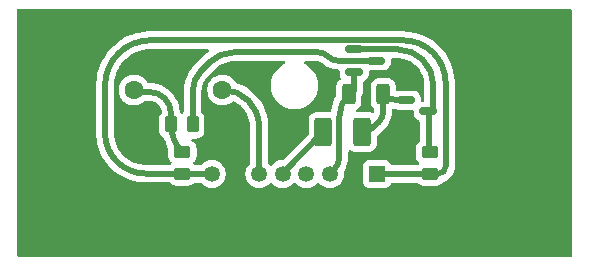
<source format=gbr>
%TF.GenerationSoftware,KiCad,Pcbnew,9.0.4*%
%TF.CreationDate,2025-11-18T22:29:26-03:00*%
%TF.ProjectId,FuzzFace,46757a7a-4661-4636-952e-6b696361645f,rev?*%
%TF.SameCoordinates,Original*%
%TF.FileFunction,Copper,L1,Top*%
%TF.FilePolarity,Positive*%
%FSLAX46Y46*%
G04 Gerber Fmt 4.6, Leading zero omitted, Abs format (unit mm)*
G04 Created by KiCad (PCBNEW 9.0.4) date 2025-11-18 22:29:26*
%MOMM*%
%LPD*%
G01*
G04 APERTURE LIST*
G04 Aperture macros list*
%AMRoundRect*
0 Rectangle with rounded corners*
0 $1 Rounding radius*
0 $2 $3 $4 $5 $6 $7 $8 $9 X,Y pos of 4 corners*
0 Add a 4 corners polygon primitive as box body*
4,1,4,$2,$3,$4,$5,$6,$7,$8,$9,$2,$3,0*
0 Add four circle primitives for the rounded corners*
1,1,$1+$1,$2,$3*
1,1,$1+$1,$4,$5*
1,1,$1+$1,$6,$7*
1,1,$1+$1,$8,$9*
0 Add four rect primitives between the rounded corners*
20,1,$1+$1,$2,$3,$4,$5,0*
20,1,$1+$1,$4,$5,$6,$7,0*
20,1,$1+$1,$6,$7,$8,$9,0*
20,1,$1+$1,$8,$9,$2,$3,0*%
G04 Aperture macros list end*
%TA.AperFunction,ComponentPad*%
%ADD10R,1.000000X1.000000*%
%TD*%
%TA.AperFunction,ComponentPad*%
%ADD11R,1.350000X1.350000*%
%TD*%
%TA.AperFunction,ComponentPad*%
%ADD12C,1.350000*%
%TD*%
%TA.AperFunction,SMDPad,CuDef*%
%ADD13RoundRect,0.250000X0.312500X0.625000X-0.312500X0.625000X-0.312500X-0.625000X0.312500X-0.625000X0*%
%TD*%
%TA.AperFunction,SMDPad,CuDef*%
%ADD14RoundRect,0.250000X0.450000X-0.262500X0.450000X0.262500X-0.450000X0.262500X-0.450000X-0.262500X0*%
%TD*%
%TA.AperFunction,ComponentPad*%
%ADD15C,1.600000*%
%TD*%
%TA.AperFunction,SMDPad,CuDef*%
%ADD16RoundRect,0.150000X-0.587500X-0.150000X0.587500X-0.150000X0.587500X0.150000X-0.587500X0.150000X0*%
%TD*%
%TA.AperFunction,SMDPad,CuDef*%
%ADD17RoundRect,0.250001X0.507499X0.944999X-0.507499X0.944999X-0.507499X-0.944999X0.507499X-0.944999X0*%
%TD*%
%TA.AperFunction,SMDPad,CuDef*%
%ADD18RoundRect,0.250000X0.262500X0.450000X-0.262500X0.450000X-0.262500X-0.450000X0.262500X-0.450000X0*%
%TD*%
%TA.AperFunction,SMDPad,CuDef*%
%ADD19RoundRect,0.250000X-0.450000X0.262500X-0.450000X-0.262500X0.450000X-0.262500X0.450000X0.262500X0*%
%TD*%
%TA.AperFunction,Conductor*%
%ADD20C,0.500000*%
%TD*%
G04 APERTURE END LIST*
D10*
%TO.P,,1*%
%TO.N,GND*%
X101400000Y-86475000D03*
%TD*%
%TO.P,,1*%
%TO.N,GND*%
X89475000Y-86925000D03*
%TD*%
%TO.P,REF\u002A\u002A,1*%
%TO.N,GND*%
X102725000Y-80850000D03*
%TD*%
D11*
%TO.P,J1,1,Pin_1*%
%TO.N,9V*%
X114500000Y-89500000D03*
D12*
%TO.P,J1,2,Pin_2*%
%TO.N,GND*%
X112500000Y-89500000D03*
%TO.P,J1,3,Pin_3*%
%TO.N,potFuzz*%
X110500000Y-89500000D03*
%TO.P,J1,4,Pin_4*%
%TO.N,unconnected-(J1-Pin_4-Pad4)*%
X108500000Y-89500000D03*
%TO.P,J1,5,Pin_5*%
%TO.N,FuzzIn*%
X106500000Y-89500000D03*
%TO.P,J1,6,Pin_6*%
%TO.N,FuzzOut*%
X104500000Y-89500000D03*
%TO.P,J1,7,Pin_7*%
%TO.N,GND*%
X102500000Y-89500000D03*
%TO.P,J1,8,Pin_8*%
%TO.N,9V*%
X100500000Y-89500000D03*
%TD*%
D13*
%TO.P,R3,1*%
%TO.N,Net-(Q1-B)*%
X115012500Y-82750000D03*
%TO.P,R3,2*%
%TO.N,potFuzz*%
X112087500Y-82750000D03*
%TD*%
D14*
%TO.P,R2,1*%
%TO.N,9V*%
X98000000Y-89462500D03*
%TO.P,R2,2*%
%TO.N,Net-(C4-Pad1)*%
X98000000Y-87637500D03*
%TD*%
D15*
%TO.P,C4,1*%
%TO.N,Net-(C4-Pad1)*%
X93900000Y-82375000D03*
%TO.P,C4,2*%
%TO.N,FuzzOut*%
X101400000Y-82375000D03*
%TD*%
D10*
%TO.P,,1*%
%TO.N,GND*%
X116650000Y-80950000D03*
%TD*%
D16*
%TO.P,Q2,1,B*%
%TO.N,Net-(Q1-C)*%
X112550000Y-78950000D03*
%TO.P,Q2,2,E*%
%TO.N,potFuzz*%
X112550000Y-80850000D03*
%TO.P,Q2,3,C*%
%TO.N,Net-(Q2-C)*%
X114425000Y-79900000D03*
%TD*%
D17*
%TO.P,C3,1*%
%TO.N,Net-(Q1-B)*%
X113205000Y-85950000D03*
%TO.P,C3,2*%
%TO.N,FuzzIn*%
X109950000Y-85950000D03*
%TD*%
D18*
%TO.P,R5,1*%
%TO.N,Net-(Q2-C)*%
X98862500Y-85300000D03*
%TO.P,R5,2*%
%TO.N,Net-(C4-Pad1)*%
X97037500Y-85300000D03*
%TD*%
D10*
%TO.P,,1*%
%TO.N,GND*%
X122025000Y-80000000D03*
%TD*%
D16*
%TO.P,Q1,1,B*%
%TO.N,Net-(Q1-B)*%
X116962500Y-83250000D03*
%TO.P,Q1,2,E*%
%TO.N,GND*%
X116962500Y-85150000D03*
%TO.P,Q1,3,C*%
%TO.N,Net-(Q1-C)*%
X118837500Y-84200000D03*
%TD*%
D19*
%TO.P,R1,1*%
%TO.N,Net-(Q1-C)*%
X118950000Y-87675000D03*
%TO.P,R1,2*%
%TO.N,9V*%
X118950000Y-89500000D03*
%TD*%
D10*
%TO.P,REF\u002A\u002A,1*%
%TO.N,GND*%
X93625000Y-85375000D03*
%TD*%
D20*
%TO.N,FuzzIn*%
X106570711Y-89329290D02*
X109950000Y-85950000D01*
X106500000Y-89500000D02*
G75*
G02*
X106570715Y-89329294I241400J0D01*
G01*
%TO.N,Net-(Q1-B)*%
X114178051Y-85546949D02*
X114625000Y-85100000D01*
X115012500Y-84164492D02*
X115012500Y-82750000D01*
X116962500Y-83250000D02*
X116219607Y-83250000D01*
X116219607Y-83250000D02*
G75*
G02*
X115012498Y-82750002I-7J1707100D01*
G01*
X113205000Y-85950000D02*
G75*
G03*
X114178051Y-85546949I0J1376100D01*
G01*
X114625000Y-85100000D02*
G75*
G03*
X115012497Y-84164492I-935500J935500D01*
G01*
%TO.N,Net-(C4-Pad1)*%
X95225000Y-82550000D02*
X94075000Y-82550000D01*
X97037500Y-85300000D02*
X97037500Y-84362500D01*
X97037500Y-85300000D02*
X97037500Y-85313819D01*
X97037500Y-85313819D02*
G75*
G03*
X98000006Y-87637494I3286200J19D01*
G01*
X94075000Y-82550000D02*
G75*
G02*
X93900000Y-82375000I0J175000D01*
G01*
X97037500Y-84362500D02*
G75*
G03*
X95225000Y-82550000I-1812500J0D01*
G01*
%TO.N,9V*%
X119600000Y-89500000D02*
X118950000Y-89500000D01*
X91450002Y-86006632D02*
X91450000Y-82912504D01*
X98037500Y-89500000D02*
X98000000Y-89462500D01*
X120300000Y-81802626D02*
X120300000Y-88750000D01*
X98000000Y-89462500D02*
X94905872Y-89462500D01*
X118950000Y-89500000D02*
X114500000Y-89500000D01*
X91450000Y-82912504D02*
X91458096Y-82904408D01*
X91449999Y-82904408D02*
X91449999Y-82031884D01*
X100450000Y-89450000D02*
X100500000Y-89500000D01*
X91458096Y-82904408D02*
X91449999Y-82904408D01*
X95306880Y-78175000D02*
X116672374Y-78175000D01*
X100500000Y-89500000D02*
X98037500Y-89500000D01*
X116672374Y-78175000D02*
G75*
G02*
X120300000Y-81802626I26J-3627600D01*
G01*
X120300000Y-88750000D02*
G75*
G03*
X120325000Y-88775000I25000J0D01*
G01*
X91449999Y-82031884D02*
G75*
G02*
X95306880Y-78174999I3856901J-16D01*
G01*
X94905872Y-89462500D02*
G75*
G02*
X91450000Y-86006632I28J3455900D01*
G01*
X120325000Y-88775000D02*
G75*
G02*
X119600000Y-89500000I-725000J0D01*
G01*
%TO.N,FuzzOut*%
X104500000Y-89500000D02*
X104500000Y-85475000D01*
X104500000Y-85475000D02*
G75*
G03*
X101400000Y-82375000I-3100000J0D01*
G01*
%TO.N,potFuzz*%
X111300000Y-87975000D02*
X111300000Y-84651193D01*
X110500000Y-89500000D02*
X110787348Y-89212652D01*
X112087500Y-82750000D02*
X112175000Y-82750000D01*
X112575000Y-82350000D02*
X112575000Y-80875000D01*
X111300000Y-84651193D02*
G75*
G02*
X112087502Y-82750002I2688700J-7D01*
G01*
X112575000Y-80875000D02*
G75*
G03*
X112550000Y-80850000I-25000J0D01*
G01*
X112175000Y-82750000D02*
G75*
G03*
X112575000Y-82350000I0J400000D01*
G01*
X110787348Y-89212652D02*
G75*
G03*
X111300001Y-87975000I-1237648J1237652D01*
G01*
%TO.N,Net-(Q1-C)*%
X112550000Y-78950000D02*
X116225000Y-78950000D01*
X118850000Y-84212500D02*
X118850000Y-87575000D01*
X119250000Y-81975000D02*
X119250000Y-83787500D01*
X118850000Y-87575000D02*
X118950000Y-87675000D01*
X118837500Y-84200000D02*
X118850000Y-84212500D01*
X119250000Y-83787500D02*
G75*
G02*
X118837500Y-84200000I-412500J0D01*
G01*
X116225000Y-78950000D02*
G75*
G02*
X119250000Y-81975000I0J-3025000D01*
G01*
%TO.N,Net-(Q2-C)*%
X108825000Y-79200000D02*
X102375000Y-79200000D01*
X114425000Y-79900000D02*
X114142157Y-79900000D01*
X99650000Y-80675000D02*
X100241117Y-80083883D01*
X114425000Y-79900000D02*
X111194975Y-79900000D01*
X98862500Y-85300000D02*
X98862500Y-82576193D01*
X109505025Y-79200000D02*
X108825000Y-79200000D01*
X100241117Y-80083883D02*
G75*
G02*
X102375000Y-79200010I2133883J-2133917D01*
G01*
X111194975Y-79900000D02*
G75*
G02*
X110350007Y-79549993I25J1195000D01*
G01*
X98862500Y-82576193D02*
G75*
G02*
X99650002Y-80675002I2688700J-7D01*
G01*
X110350000Y-79550000D02*
G75*
G03*
X109505025Y-79199990I-845000J-845000D01*
G01*
%TD*%
%TA.AperFunction,Conductor*%
%TO.N,GND*%
G36*
X100180840Y-78945185D02*
G01*
X100226595Y-78997989D01*
X100236539Y-79067147D01*
X100207514Y-79130703D01*
X100184924Y-79151075D01*
X100078845Y-79225351D01*
X99826778Y-79436857D01*
X99826768Y-79436866D01*
X99762705Y-79500927D01*
X99762704Y-79500929D01*
X99762702Y-79500931D01*
X99730682Y-79532951D01*
X99710438Y-79553195D01*
X99654660Y-79608972D01*
X99654659Y-79608973D01*
X99654658Y-79608974D01*
X99063959Y-80199671D01*
X99063917Y-80199716D01*
X98999848Y-80263787D01*
X98785482Y-80524993D01*
X98785472Y-80525007D01*
X98597747Y-80805956D01*
X98597736Y-80805974D01*
X98438458Y-81103963D01*
X98438453Y-81103972D01*
X98309139Y-81416160D01*
X98211045Y-81739531D01*
X98211044Y-81739537D01*
X98145123Y-82070942D01*
X98145120Y-82070959D01*
X98125256Y-82272648D01*
X98114829Y-82378519D01*
X98112000Y-82407238D01*
X98112000Y-84225270D01*
X98103355Y-84254710D01*
X98096832Y-84284697D01*
X98093077Y-84289712D01*
X98092315Y-84292309D01*
X98075681Y-84312951D01*
X98037681Y-84350951D01*
X97976358Y-84384436D01*
X97906666Y-84379452D01*
X97862319Y-84350951D01*
X97824319Y-84312951D01*
X97790834Y-84251628D01*
X97788000Y-84225270D01*
X97788000Y-84218561D01*
X97787999Y-84218560D01*
X97787273Y-84212121D01*
X97755768Y-83932505D01*
X97691711Y-83651853D01*
X97596634Y-83380137D01*
X97520582Y-83222213D01*
X97471733Y-83120777D01*
X97417404Y-83034313D01*
X97318576Y-82877029D01*
X97139092Y-82651963D01*
X96935537Y-82448408D01*
X96710471Y-82268924D01*
X96491158Y-82131120D01*
X96466722Y-82115766D01*
X96207364Y-81990866D01*
X95935648Y-81895789D01*
X95935650Y-81895789D01*
X95714046Y-81845210D01*
X95654995Y-81831732D01*
X95654991Y-81831731D01*
X95654982Y-81831730D01*
X95368939Y-81799500D01*
X95368935Y-81799500D01*
X95298918Y-81799500D01*
X95142340Y-81799500D01*
X95075301Y-81779815D01*
X95031855Y-81731794D01*
X95012286Y-81693388D01*
X94891971Y-81527786D01*
X94747213Y-81383028D01*
X94581613Y-81262715D01*
X94581612Y-81262714D01*
X94581610Y-81262713D01*
X94475604Y-81208700D01*
X94399223Y-81169781D01*
X94204534Y-81106522D01*
X94025952Y-81078238D01*
X94002352Y-81074500D01*
X93797648Y-81074500D01*
X93774048Y-81078238D01*
X93595465Y-81106522D01*
X93400776Y-81169781D01*
X93218386Y-81262715D01*
X93052786Y-81383028D01*
X92908028Y-81527786D01*
X92787715Y-81693386D01*
X92694781Y-81875776D01*
X92631522Y-82070465D01*
X92599500Y-82272648D01*
X92599500Y-82477351D01*
X92631522Y-82679534D01*
X92694781Y-82874223D01*
X92739194Y-82961386D01*
X92776344Y-83034298D01*
X92787715Y-83056613D01*
X92908028Y-83222213D01*
X93052786Y-83366971D01*
X93207749Y-83479556D01*
X93218390Y-83487287D01*
X93333668Y-83546024D01*
X93400776Y-83580218D01*
X93400778Y-83580218D01*
X93400781Y-83580220D01*
X93505137Y-83614127D01*
X93595465Y-83643477D01*
X93648330Y-83651850D01*
X93797648Y-83675500D01*
X93797649Y-83675500D01*
X94002351Y-83675500D01*
X94002352Y-83675500D01*
X94204534Y-83643477D01*
X94399219Y-83580220D01*
X94581610Y-83487287D01*
X94674590Y-83419732D01*
X94747213Y-83366971D01*
X94747215Y-83366968D01*
X94747219Y-83366966D01*
X94777366Y-83336819D01*
X94838689Y-83303334D01*
X94865047Y-83300500D01*
X95146119Y-83300500D01*
X95219588Y-83300500D01*
X95230395Y-83300972D01*
X95398608Y-83315688D01*
X95419885Y-83319439D01*
X95577747Y-83361738D01*
X95598057Y-83369131D01*
X95746165Y-83438195D01*
X95764884Y-83449002D01*
X95898757Y-83542741D01*
X95915314Y-83556635D01*
X96030864Y-83672185D01*
X96044758Y-83688742D01*
X96138497Y-83822615D01*
X96149304Y-83841334D01*
X96218368Y-83989442D01*
X96225761Y-84009753D01*
X96268058Y-84167607D01*
X96271811Y-84188893D01*
X96275052Y-84225936D01*
X96261286Y-84294436D01*
X96239206Y-84324425D01*
X96182291Y-84381340D01*
X96182289Y-84381342D01*
X96182288Y-84381344D01*
X96171885Y-84398210D01*
X96090187Y-84530663D01*
X96090185Y-84530668D01*
X96063767Y-84610393D01*
X96035001Y-84697203D01*
X96035001Y-84697204D01*
X96035000Y-84697204D01*
X96024500Y-84799983D01*
X96024500Y-85800001D01*
X96024501Y-85800019D01*
X96035000Y-85902796D01*
X96035001Y-85902799D01*
X96090185Y-86069331D01*
X96090187Y-86069336D01*
X96182289Y-86218657D01*
X96306344Y-86342712D01*
X96400919Y-86401046D01*
X96447644Y-86452994D01*
X96455597Y-86474490D01*
X96470153Y-86528810D01*
X96470159Y-86528832D01*
X96576060Y-86819788D01*
X96590720Y-86860066D01*
X96590721Y-86860069D01*
X96739692Y-87179534D01*
X96739693Y-87179536D01*
X96783143Y-87254793D01*
X96799408Y-87321835D01*
X96799500Y-87321835D01*
X96799500Y-87322214D01*
X96799616Y-87322693D01*
X96799596Y-87323081D01*
X96799500Y-87324971D01*
X96799500Y-87950001D01*
X96799501Y-87950019D01*
X96810000Y-88052796D01*
X96810001Y-88052799D01*
X96848614Y-88169323D01*
X96865186Y-88219334D01*
X96947905Y-88353444D01*
X96957289Y-88368657D01*
X97050951Y-88462319D01*
X97055289Y-88470264D01*
X97062537Y-88475690D01*
X97071771Y-88500449D01*
X97084436Y-88523642D01*
X97083790Y-88532671D01*
X97086954Y-88541154D01*
X97081337Y-88566974D01*
X97079452Y-88593334D01*
X97073633Y-88602387D01*
X97072102Y-88609427D01*
X97050951Y-88637681D01*
X97012951Y-88675681D01*
X96951628Y-88709166D01*
X96925270Y-88712000D01*
X94909360Y-88712000D01*
X94902406Y-88711805D01*
X94609924Y-88695377D01*
X94596107Y-88693820D01*
X94310745Y-88645334D01*
X94297188Y-88642239D01*
X94019041Y-88562104D01*
X94005916Y-88557512D01*
X93738497Y-88446742D01*
X93725969Y-88440709D01*
X93472631Y-88300693D01*
X93460857Y-88293295D01*
X93224789Y-88125796D01*
X93213917Y-88117126D01*
X93026924Y-87950019D01*
X92998084Y-87924246D01*
X92988253Y-87914415D01*
X92858749Y-87769500D01*
X92795365Y-87698573D01*
X92786714Y-87687724D01*
X92619200Y-87451636D01*
X92611810Y-87439875D01*
X92569041Y-87362491D01*
X92471788Y-87186526D01*
X92465764Y-87174019D01*
X92354985Y-86906578D01*
X92350398Y-86893470D01*
X92270260Y-86615313D01*
X92267167Y-86601759D01*
X92264895Y-86588387D01*
X92218678Y-86316388D01*
X92217122Y-86302576D01*
X92215986Y-86282348D01*
X92200694Y-86010095D01*
X92200500Y-86003211D01*
X92200500Y-83031238D01*
X92202883Y-83007045D01*
X92204796Y-82997431D01*
X92208596Y-82978326D01*
X92208596Y-82830490D01*
X92202881Y-82801763D01*
X92200499Y-82777572D01*
X92200499Y-82035127D01*
X92200669Y-82028637D01*
X92217177Y-81713669D01*
X92218534Y-81700761D01*
X92234439Y-81600341D01*
X92267367Y-81392448D01*
X92270060Y-81379772D01*
X92350860Y-81078227D01*
X92354864Y-81065905D01*
X92466741Y-80774457D01*
X92472005Y-80762635D01*
X92613741Y-80484461D01*
X92620202Y-80473271D01*
X92790241Y-80211435D01*
X92797850Y-80200963D01*
X92994315Y-79958348D01*
X93002982Y-79948723D01*
X93223721Y-79727984D01*
X93233346Y-79719317D01*
X93475961Y-79522850D01*
X93486442Y-79515236D01*
X93748252Y-79345214D01*
X93759467Y-79338739D01*
X94037633Y-79197005D01*
X94049454Y-79191742D01*
X94340901Y-79079865D01*
X94353223Y-79075861D01*
X94654769Y-78995061D01*
X94667445Y-78992368D01*
X94975776Y-78943532D01*
X94988647Y-78942178D01*
X95303622Y-78925670D01*
X95310112Y-78925500D01*
X95385765Y-78925500D01*
X100113801Y-78925500D01*
X100180840Y-78945185D01*
G37*
%TD.AperFunction*%
%TA.AperFunction,Conductor*%
G36*
X116228736Y-79700726D02*
G01*
X116491675Y-79716631D01*
X116506537Y-79718435D01*
X116558695Y-79727994D01*
X116761951Y-79765242D01*
X116776488Y-79768825D01*
X117024386Y-79846074D01*
X117038378Y-79851379D01*
X117259943Y-79951097D01*
X117275174Y-79957952D01*
X117288432Y-79964910D01*
X117510650Y-80099246D01*
X117522961Y-80107744D01*
X117722135Y-80263787D01*
X117727370Y-80267888D01*
X117738578Y-80277818D01*
X117922181Y-80461421D01*
X117932111Y-80472629D01*
X117936865Y-80478697D01*
X118086886Y-80670185D01*
X118092251Y-80677032D01*
X118100757Y-80689355D01*
X118235088Y-80911566D01*
X118242047Y-80924825D01*
X118348618Y-81161617D01*
X118353927Y-81175618D01*
X118431173Y-81423510D01*
X118434757Y-81438048D01*
X118481563Y-81693460D01*
X118483368Y-81708325D01*
X118499274Y-81971263D01*
X118499500Y-81978750D01*
X118499500Y-83275500D01*
X118496949Y-83284185D01*
X118498238Y-83293147D01*
X118487259Y-83317187D01*
X118479815Y-83342539D01*
X118472974Y-83348466D01*
X118469213Y-83356703D01*
X118446978Y-83370992D01*
X118427011Y-83388294D01*
X118416496Y-83390581D01*
X118410435Y-83394477D01*
X118375500Y-83399500D01*
X118324500Y-83399500D01*
X118257461Y-83379815D01*
X118211706Y-83327011D01*
X118200500Y-83275500D01*
X118200500Y-83034313D01*
X118200499Y-83034298D01*
X118200258Y-83031239D01*
X118197598Y-82997431D01*
X118193823Y-82984439D01*
X118161801Y-82874219D01*
X118151744Y-82839602D01*
X118068081Y-82698135D01*
X118068079Y-82698133D01*
X118068076Y-82698129D01*
X117951870Y-82581923D01*
X117951862Y-82581917D01*
X117810396Y-82498255D01*
X117810393Y-82498254D01*
X117652573Y-82452402D01*
X117652567Y-82452401D01*
X117615701Y-82449500D01*
X117615694Y-82449500D01*
X116309306Y-82449500D01*
X116309298Y-82449500D01*
X116272436Y-82452401D01*
X116272427Y-82452403D01*
X116234092Y-82463540D01*
X116164223Y-82463339D01*
X116105553Y-82425396D01*
X116076711Y-82361757D01*
X116075499Y-82344463D01*
X116075499Y-82074998D01*
X116075498Y-82074981D01*
X116064999Y-81972203D01*
X116064998Y-81972200D01*
X116039678Y-81895789D01*
X116009814Y-81805666D01*
X115917712Y-81656344D01*
X115793656Y-81532288D01*
X115644334Y-81440186D01*
X115477797Y-81385001D01*
X115477795Y-81385000D01*
X115375010Y-81374500D01*
X114649998Y-81374500D01*
X114649980Y-81374501D01*
X114547203Y-81385000D01*
X114547200Y-81385001D01*
X114380668Y-81440185D01*
X114380663Y-81440187D01*
X114231342Y-81532289D01*
X114107289Y-81656342D01*
X114015187Y-81805663D01*
X114015185Y-81805668D01*
X113994239Y-81868880D01*
X113960001Y-81972203D01*
X113960001Y-81972204D01*
X113960000Y-81972204D01*
X113949500Y-82074983D01*
X113949500Y-83425001D01*
X113949501Y-83425018D01*
X113960000Y-83527796D01*
X113960001Y-83527799D01*
X114008945Y-83675500D01*
X114015186Y-83694334D01*
X114096836Y-83826711D01*
X114107289Y-83843657D01*
X114225681Y-83962049D01*
X114240384Y-83988976D01*
X114256977Y-84014795D01*
X114257868Y-84020995D01*
X114259166Y-84023372D01*
X114262000Y-84049730D01*
X114262000Y-84079482D01*
X114261999Y-84079504D01*
X114261999Y-84158405D01*
X114261402Y-84170557D01*
X114253829Y-84247459D01*
X114227669Y-84312247D01*
X114170635Y-84352607D01*
X114100835Y-84355725D01*
X114065330Y-84340846D01*
X114031835Y-84320186D01*
X113921244Y-84283540D01*
X113865297Y-84265001D01*
X113865295Y-84265000D01*
X113762515Y-84254500D01*
X113762508Y-84254500D01*
X112840936Y-84254500D01*
X112773897Y-84234815D01*
X112728142Y-84182011D01*
X112718198Y-84112853D01*
X112747223Y-84049297D01*
X112775840Y-84024961D01*
X112800496Y-84009753D01*
X112868656Y-83967712D01*
X112992712Y-83843656D01*
X113084814Y-83694334D01*
X113139999Y-83527797D01*
X113150500Y-83425009D01*
X113150499Y-82994610D01*
X113167111Y-82932612D01*
X113221690Y-82838080D01*
X113290543Y-82648909D01*
X113325500Y-82450656D01*
X113325500Y-82350000D01*
X113325500Y-82271119D01*
X113325500Y-81714525D01*
X113345185Y-81647486D01*
X113391931Y-81606980D01*
X113391183Y-81605715D01*
X113400478Y-81600218D01*
X113539365Y-81518081D01*
X113655581Y-81401865D01*
X113739244Y-81260398D01*
X113781978Y-81113309D01*
X113785097Y-81102573D01*
X113785098Y-81102567D01*
X113788000Y-81065694D01*
X113788000Y-80824500D01*
X113807685Y-80757461D01*
X113860489Y-80711706D01*
X113912000Y-80700500D01*
X115078186Y-80700500D01*
X115078194Y-80700500D01*
X115115069Y-80697598D01*
X115115071Y-80697597D01*
X115115073Y-80697597D01*
X115182012Y-80678149D01*
X115272898Y-80651744D01*
X115414365Y-80568081D01*
X115530581Y-80451865D01*
X115614244Y-80310398D01*
X115654790Y-80170839D01*
X115660097Y-80152573D01*
X115660098Y-80152567D01*
X115660676Y-80145220D01*
X115663000Y-80115694D01*
X115663000Y-79824500D01*
X115682685Y-79757461D01*
X115735489Y-79711706D01*
X115787000Y-79700500D01*
X116146119Y-79700500D01*
X116221249Y-79700500D01*
X116228736Y-79700726D01*
G37*
%TD.AperFunction*%
%TA.AperFunction,Conductor*%
G36*
X130942539Y-75520185D02*
G01*
X130988294Y-75572989D01*
X130999500Y-75624500D01*
X130999500Y-96375500D01*
X130979815Y-96442539D01*
X130927011Y-96488294D01*
X130875500Y-96499500D01*
X84124500Y-96499500D01*
X84057461Y-96479815D01*
X84011706Y-96427011D01*
X84000500Y-96375500D01*
X84000500Y-81830717D01*
X90699499Y-81830717D01*
X90699499Y-82984439D01*
X90699500Y-82984460D01*
X90699501Y-85927753D01*
X90699501Y-85955274D01*
X90699499Y-85955280D01*
X90699501Y-86201106D01*
X90735391Y-86588387D01*
X90735393Y-86588404D01*
X90806860Y-86970705D01*
X90806863Y-86970716D01*
X90913305Y-87344808D01*
X91041528Y-87675787D01*
X91053809Y-87707486D01*
X91227177Y-88055653D01*
X91297559Y-88169323D01*
X91431926Y-88386333D01*
X91666316Y-88696715D01*
X91666323Y-88696723D01*
X91928345Y-88984148D01*
X91999226Y-89048764D01*
X92215783Y-89246182D01*
X92276392Y-89291952D01*
X92526158Y-89480568D01*
X92526165Y-89480572D01*
X92526166Y-89480573D01*
X92856851Y-89685325D01*
X93205018Y-89858693D01*
X93567696Y-89999197D01*
X93941791Y-90105638D01*
X93941797Y-90105639D01*
X93941805Y-90105641D01*
X94321559Y-90176632D01*
X94324111Y-90177109D01*
X94711394Y-90212998D01*
X94831950Y-90212999D01*
X94831954Y-90213000D01*
X94905866Y-90213000D01*
X94984747Y-90213001D01*
X94984752Y-90213000D01*
X96925270Y-90213000D01*
X96992309Y-90232685D01*
X97012951Y-90249319D01*
X97081344Y-90317712D01*
X97230666Y-90409814D01*
X97397203Y-90464999D01*
X97499991Y-90475500D01*
X98500008Y-90475499D01*
X98500016Y-90475498D01*
X98500019Y-90475498D01*
X98556302Y-90469748D01*
X98602797Y-90464999D01*
X98769334Y-90409814D01*
X98918656Y-90317712D01*
X98949549Y-90286819D01*
X99010872Y-90253334D01*
X99037230Y-90250500D01*
X99536729Y-90250500D01*
X99603768Y-90270185D01*
X99624410Y-90286818D01*
X99734213Y-90396621D01*
X99883904Y-90505378D01*
X99937224Y-90532546D01*
X100048764Y-90589379D01*
X100048767Y-90589380D01*
X100136750Y-90617967D01*
X100224736Y-90646555D01*
X100407486Y-90675500D01*
X100407487Y-90675500D01*
X100592513Y-90675500D01*
X100592514Y-90675500D01*
X100775264Y-90646555D01*
X100951235Y-90589379D01*
X101116096Y-90505378D01*
X101265787Y-90396621D01*
X101396621Y-90265787D01*
X101505378Y-90116096D01*
X101589379Y-89951235D01*
X101646555Y-89775264D01*
X101675500Y-89592514D01*
X101675500Y-89407486D01*
X101646555Y-89224736D01*
X101617967Y-89136750D01*
X101589380Y-89048767D01*
X101589379Y-89048764D01*
X101505377Y-88883903D01*
X101396621Y-88734213D01*
X101265787Y-88603379D01*
X101116096Y-88494622D01*
X101062778Y-88467455D01*
X100951235Y-88410620D01*
X100951232Y-88410619D01*
X100775265Y-88353445D01*
X100630800Y-88330564D01*
X100592514Y-88324500D01*
X100407486Y-88324500D01*
X100369200Y-88330564D01*
X100224734Y-88353445D01*
X100048767Y-88410619D01*
X100048764Y-88410620D01*
X99883903Y-88494622D01*
X99734214Y-88603378D01*
X99624410Y-88713182D01*
X99563087Y-88746666D01*
X99536729Y-88749500D01*
X99112231Y-88749500D01*
X99082790Y-88740855D01*
X99052804Y-88734332D01*
X99047788Y-88730577D01*
X99045192Y-88729815D01*
X99024550Y-88713181D01*
X98949049Y-88637680D01*
X98915564Y-88576357D01*
X98920548Y-88506665D01*
X98949045Y-88462322D01*
X99042712Y-88368656D01*
X99134814Y-88219334D01*
X99189999Y-88052797D01*
X99200500Y-87950009D01*
X99200499Y-87324992D01*
X99189999Y-87222203D01*
X99134814Y-87055666D01*
X99042712Y-86906344D01*
X98918656Y-86782288D01*
X98833943Y-86730036D01*
X98787220Y-86678090D01*
X98775997Y-86609128D01*
X98803841Y-86545045D01*
X98861909Y-86506189D01*
X98899038Y-86500499D01*
X99175008Y-86500499D01*
X99175016Y-86500498D01*
X99175019Y-86500498D01*
X99231302Y-86494748D01*
X99277797Y-86489999D01*
X99444334Y-86434814D01*
X99593656Y-86342712D01*
X99717712Y-86218656D01*
X99809814Y-86069334D01*
X99864999Y-85902797D01*
X99875500Y-85800009D01*
X99875499Y-84799992D01*
X99870582Y-84751862D01*
X99864999Y-84697203D01*
X99864998Y-84697200D01*
X99844394Y-84635022D01*
X99809814Y-84530666D01*
X99717712Y-84381344D01*
X99649319Y-84312951D01*
X99615834Y-84251628D01*
X99613000Y-84225270D01*
X99613000Y-82580242D01*
X99613266Y-82572132D01*
X99618770Y-82488159D01*
X99629050Y-82331313D01*
X99631165Y-82315247D01*
X99677460Y-82082511D01*
X99681649Y-82066874D01*
X99757927Y-81842170D01*
X99764129Y-81827198D01*
X99869078Y-81614382D01*
X99877181Y-81600347D01*
X100009015Y-81403043D01*
X100018872Y-81390198D01*
X100178054Y-81208686D01*
X100183558Y-81202809D01*
X100236461Y-81149907D01*
X100236461Y-81149906D01*
X100769344Y-80617022D01*
X100774364Y-80612276D01*
X100956195Y-80449784D01*
X100967041Y-80441135D01*
X101163073Y-80302044D01*
X101174829Y-80294658D01*
X101335243Y-80206002D01*
X101385179Y-80178404D01*
X101397702Y-80172373D01*
X101619736Y-80080404D01*
X101632852Y-80075814D01*
X101863805Y-80009279D01*
X101877340Y-80006190D01*
X102114293Y-79965930D01*
X102128088Y-79964376D01*
X102290205Y-79955271D01*
X102371711Y-79950695D01*
X102378663Y-79950500D01*
X102453881Y-79950500D01*
X106596983Y-79950500D01*
X106664022Y-79970185D01*
X106709777Y-80022989D01*
X106719721Y-80092147D01*
X106690696Y-80155703D01*
X106644436Y-80189061D01*
X106613309Y-80201954D01*
X106613299Y-80201958D01*
X106386196Y-80333075D01*
X106178148Y-80492718D01*
X105992718Y-80678148D01*
X105833075Y-80886196D01*
X105701958Y-81113299D01*
X105701953Y-81113309D01*
X105601605Y-81355571D01*
X105601602Y-81355581D01*
X105534209Y-81607099D01*
X105533730Y-81608885D01*
X105499500Y-81868872D01*
X105499500Y-82131127D01*
X105526123Y-82333339D01*
X105533730Y-82391116D01*
X105601602Y-82644418D01*
X105601605Y-82644428D01*
X105701953Y-82886690D01*
X105701958Y-82886700D01*
X105833075Y-83113803D01*
X105992718Y-83321851D01*
X105992726Y-83321860D01*
X106178140Y-83507274D01*
X106178148Y-83507281D01*
X106178149Y-83507282D01*
X106204887Y-83527799D01*
X106386196Y-83666924D01*
X106613299Y-83798041D01*
X106613309Y-83798046D01*
X106855571Y-83898394D01*
X106855581Y-83898398D01*
X107108884Y-83966270D01*
X107368880Y-84000500D01*
X107368887Y-84000500D01*
X107631113Y-84000500D01*
X107631120Y-84000500D01*
X107891116Y-83966270D01*
X108144419Y-83898398D01*
X108386697Y-83798043D01*
X108613803Y-83666924D01*
X108821851Y-83507282D01*
X108821855Y-83507277D01*
X108821860Y-83507274D01*
X109007274Y-83321860D01*
X109007277Y-83321855D01*
X109007282Y-83321851D01*
X109166924Y-83113803D01*
X109298043Y-82886697D01*
X109298314Y-82886044D01*
X109376148Y-82698135D01*
X109398398Y-82644419D01*
X109466270Y-82391116D01*
X109500500Y-82131120D01*
X109500500Y-81868880D01*
X109466270Y-81608884D01*
X109398398Y-81355581D01*
X109337558Y-81208700D01*
X109298046Y-81113309D01*
X109298041Y-81113299D01*
X109166924Y-80886196D01*
X109007281Y-80678148D01*
X109007274Y-80678140D01*
X108821860Y-80492726D01*
X108821851Y-80492718D01*
X108613803Y-80333075D01*
X108386700Y-80201958D01*
X108386690Y-80201954D01*
X108355564Y-80189061D01*
X108301161Y-80145220D01*
X108279096Y-80078926D01*
X108296375Y-80011227D01*
X108347512Y-79963616D01*
X108403017Y-79950500D01*
X108751082Y-79950500D01*
X109498914Y-79950500D01*
X109511069Y-79951097D01*
X109515345Y-79951518D01*
X109579577Y-79957845D01*
X109603405Y-79962585D01*
X109663422Y-79980792D01*
X109685873Y-79990092D01*
X109741183Y-80019656D01*
X109761394Y-80033161D01*
X109814680Y-80076892D01*
X109823696Y-80085064D01*
X109879682Y-80141050D01*
X109879839Y-80141191D01*
X109909488Y-80170840D01*
X109955312Y-80206002D01*
X110111800Y-80326081D01*
X110111803Y-80326083D01*
X110111811Y-80326089D01*
X110332666Y-80453602D01*
X110568275Y-80551197D01*
X110814607Y-80617206D01*
X111022255Y-80644546D01*
X111067447Y-80650497D01*
X111067448Y-80650497D01*
X111121048Y-80650498D01*
X111121057Y-80650500D01*
X111188005Y-80650500D01*
X111237217Y-80664951D01*
X111255039Y-80670185D01*
X111255044Y-80670187D01*
X111281473Y-80700691D01*
X111300794Y-80722989D01*
X111300794Y-80722991D01*
X111300796Y-80722993D01*
X111300798Y-80723008D01*
X111312000Y-80774500D01*
X111312000Y-81065701D01*
X111314901Y-81102567D01*
X111314902Y-81102573D01*
X111360754Y-81260393D01*
X111360757Y-81260400D01*
X111402073Y-81330263D01*
X111419256Y-81397987D01*
X111397096Y-81464249D01*
X111360439Y-81498921D01*
X111306344Y-81532287D01*
X111182289Y-81656342D01*
X111090187Y-81805663D01*
X111090185Y-81805668D01*
X111069239Y-81868880D01*
X111035001Y-81972203D01*
X111035001Y-81972204D01*
X111035000Y-81972204D01*
X111024500Y-82074983D01*
X111024500Y-82870000D01*
X111009858Y-82928453D01*
X110875956Y-83178967D01*
X110875949Y-83178981D01*
X110746639Y-83491160D01*
X110648545Y-83814531D01*
X110648544Y-83814537D01*
X110582624Y-84145937D01*
X110582215Y-84148695D01*
X110552906Y-84212121D01*
X110493960Y-84249632D01*
X110459557Y-84254500D01*
X109392484Y-84254500D01*
X109289704Y-84265000D01*
X109289703Y-84265001D01*
X109123164Y-84320186D01*
X109123162Y-84320187D01*
X108973848Y-84412286D01*
X108973844Y-84412289D01*
X108849789Y-84536344D01*
X108849786Y-84536348D01*
X108757687Y-84685662D01*
X108757686Y-84685664D01*
X108702501Y-84852203D01*
X108702500Y-84852204D01*
X108692000Y-84954984D01*
X108692000Y-86095271D01*
X108672315Y-86162310D01*
X108655681Y-86182952D01*
X106550452Y-88288181D01*
X106489129Y-88321666D01*
X106462771Y-88324500D01*
X106407486Y-88324500D01*
X106369200Y-88330564D01*
X106224734Y-88353445D01*
X106048767Y-88410619D01*
X106048764Y-88410620D01*
X105883903Y-88494622D01*
X105819858Y-88541154D01*
X105734213Y-88603379D01*
X105734211Y-88603381D01*
X105734210Y-88603381D01*
X105603381Y-88734210D01*
X105600314Y-88738432D01*
X105544981Y-88781094D01*
X105475367Y-88787069D01*
X105413574Y-88754459D01*
X105411185Y-88752072D01*
X105404937Y-88745659D01*
X105396621Y-88734213D01*
X105286291Y-88623883D01*
X105285685Y-88623261D01*
X105269723Y-88593102D01*
X105253334Y-88563087D01*
X105253205Y-88561893D01*
X105253001Y-88561507D01*
X105253072Y-88560658D01*
X105250500Y-88536729D01*
X105250500Y-85285840D01*
X105213418Y-84909333D01*
X105139615Y-84538296D01*
X105139612Y-84538285D01*
X105139611Y-84538282D01*
X105139610Y-84538276D01*
X105029788Y-84176241D01*
X104885009Y-83826714D01*
X104878500Y-83814537D01*
X104706673Y-83493071D01*
X104706671Y-83493069D01*
X104706667Y-83493060D01*
X104706656Y-83493043D01*
X104496493Y-83178510D01*
X104496486Y-83178500D01*
X104496481Y-83178493D01*
X104256473Y-82886044D01*
X104256472Y-82886043D01*
X104256468Y-82886038D01*
X103988961Y-82618531D01*
X103696512Y-82378523D01*
X103696489Y-82378506D01*
X103381956Y-82168343D01*
X103381928Y-82168326D01*
X103048293Y-81989994D01*
X103048288Y-81989992D01*
X103021147Y-81978750D01*
X102698759Y-81845212D01*
X102698758Y-81845211D01*
X102698754Y-81845210D01*
X102620215Y-81821385D01*
X102561777Y-81783087D01*
X102545726Y-81759019D01*
X102544232Y-81756087D01*
X102512287Y-81693390D01*
X102391966Y-81527781D01*
X102247219Y-81383034D01*
X102247213Y-81383028D01*
X102081613Y-81262715D01*
X102081612Y-81262714D01*
X102081610Y-81262713D01*
X101975604Y-81208700D01*
X101899223Y-81169781D01*
X101704534Y-81106522D01*
X101525952Y-81078238D01*
X101502352Y-81074500D01*
X101297648Y-81074500D01*
X101274048Y-81078238D01*
X101095465Y-81106522D01*
X100900776Y-81169781D01*
X100718386Y-81262715D01*
X100552786Y-81383028D01*
X100408028Y-81527786D01*
X100287715Y-81693386D01*
X100194781Y-81875776D01*
X100131522Y-82070465D01*
X100099500Y-82272648D01*
X100099500Y-82477351D01*
X100131522Y-82679534D01*
X100194781Y-82874223D01*
X100239194Y-82961386D01*
X100276344Y-83034298D01*
X100287715Y-83056613D01*
X100408028Y-83222213D01*
X100552786Y-83366971D01*
X100707749Y-83479556D01*
X100718390Y-83487287D01*
X100833668Y-83546024D01*
X100900776Y-83580218D01*
X100900778Y-83580218D01*
X100900781Y-83580220D01*
X101005137Y-83614127D01*
X101095465Y-83643477D01*
X101148330Y-83651850D01*
X101297648Y-83675500D01*
X101297649Y-83675500D01*
X101502351Y-83675500D01*
X101502352Y-83675500D01*
X101704534Y-83643477D01*
X101899219Y-83580220D01*
X102081610Y-83487287D01*
X102247219Y-83366966D01*
X102247226Y-83366958D01*
X102250675Y-83364014D01*
X102266249Y-83357033D01*
X102279087Y-83345786D01*
X102297470Y-83343039D01*
X102314433Y-83335437D01*
X102331675Y-83337929D01*
X102348189Y-83335463D01*
X102382102Y-83345219D01*
X102485033Y-83391545D01*
X102498275Y-83398495D01*
X102728255Y-83537522D01*
X102740566Y-83546020D01*
X102929871Y-83694331D01*
X102952105Y-83711750D01*
X102963313Y-83721680D01*
X103153319Y-83911686D01*
X103163249Y-83922894D01*
X103304634Y-84103359D01*
X103328975Y-84134427D01*
X103337479Y-84146747D01*
X103423904Y-84289712D01*
X103476498Y-84376713D01*
X103483457Y-84389972D01*
X103593745Y-84635022D01*
X103599054Y-84649023D01*
X103678995Y-84905563D01*
X103682579Y-84920102D01*
X103731016Y-85184420D01*
X103732821Y-85199283D01*
X103749274Y-85471262D01*
X103749500Y-85478750D01*
X103749500Y-88536729D01*
X103729815Y-88603768D01*
X103713182Y-88624410D01*
X103603378Y-88734214D01*
X103494622Y-88883903D01*
X103410620Y-89048764D01*
X103410619Y-89048767D01*
X103353445Y-89224734D01*
X103324500Y-89407486D01*
X103324500Y-89592513D01*
X103353445Y-89775265D01*
X103410619Y-89951232D01*
X103410620Y-89951235D01*
X103472823Y-90073313D01*
X103494622Y-90116096D01*
X103603379Y-90265787D01*
X103734213Y-90396621D01*
X103883904Y-90505378D01*
X103937224Y-90532546D01*
X104048764Y-90589379D01*
X104048767Y-90589380D01*
X104136750Y-90617967D01*
X104224736Y-90646555D01*
X104407486Y-90675500D01*
X104407487Y-90675500D01*
X104592513Y-90675500D01*
X104592514Y-90675500D01*
X104775264Y-90646555D01*
X104951235Y-90589379D01*
X105116096Y-90505378D01*
X105265787Y-90396621D01*
X105396621Y-90265787D01*
X105399680Y-90261576D01*
X105455006Y-90218909D01*
X105524619Y-90212926D01*
X105586415Y-90245529D01*
X105600315Y-90261570D01*
X105603379Y-90265787D01*
X105734213Y-90396621D01*
X105883904Y-90505378D01*
X105937224Y-90532546D01*
X106048764Y-90589379D01*
X106048767Y-90589380D01*
X106136750Y-90617967D01*
X106224736Y-90646555D01*
X106407486Y-90675500D01*
X106407487Y-90675500D01*
X106592513Y-90675500D01*
X106592514Y-90675500D01*
X106775264Y-90646555D01*
X106951235Y-90589379D01*
X107116096Y-90505378D01*
X107265787Y-90396621D01*
X107396621Y-90265787D01*
X107399680Y-90261576D01*
X107455006Y-90218909D01*
X107524619Y-90212926D01*
X107586415Y-90245529D01*
X107600315Y-90261570D01*
X107603379Y-90265787D01*
X107734213Y-90396621D01*
X107883904Y-90505378D01*
X107937224Y-90532546D01*
X108048764Y-90589379D01*
X108048767Y-90589380D01*
X108136750Y-90617967D01*
X108224736Y-90646555D01*
X108407486Y-90675500D01*
X108407487Y-90675500D01*
X108592513Y-90675500D01*
X108592514Y-90675500D01*
X108775264Y-90646555D01*
X108951235Y-90589379D01*
X109116096Y-90505378D01*
X109265787Y-90396621D01*
X109396621Y-90265787D01*
X109399680Y-90261576D01*
X109455006Y-90218909D01*
X109524619Y-90212926D01*
X109586415Y-90245529D01*
X109600315Y-90261570D01*
X109603379Y-90265787D01*
X109734213Y-90396621D01*
X109883904Y-90505378D01*
X109937224Y-90532546D01*
X110048764Y-90589379D01*
X110048767Y-90589380D01*
X110136750Y-90617967D01*
X110224736Y-90646555D01*
X110407486Y-90675500D01*
X110407487Y-90675500D01*
X110592513Y-90675500D01*
X110592514Y-90675500D01*
X110775264Y-90646555D01*
X110951235Y-90589379D01*
X111116096Y-90505378D01*
X111265787Y-90396621D01*
X111396621Y-90265787D01*
X111505378Y-90116096D01*
X111589379Y-89951235D01*
X111646555Y-89775264D01*
X111675500Y-89592514D01*
X111675500Y-89407486D01*
X111668206Y-89361434D01*
X111677160Y-89292143D01*
X111685686Y-89276065D01*
X111741906Y-89186592D01*
X111839395Y-88984153D01*
X111863777Y-88933524D01*
X111956548Y-88668402D01*
X112019050Y-88394560D01*
X112050500Y-88115442D01*
X112050500Y-87975000D01*
X112050500Y-87896119D01*
X112050500Y-87599881D01*
X112070185Y-87532842D01*
X112122989Y-87487087D01*
X112192147Y-87477143D01*
X112239595Y-87494342D01*
X112378166Y-87579814D01*
X112544703Y-87634999D01*
X112647492Y-87645500D01*
X112647497Y-87645500D01*
X113762503Y-87645500D01*
X113762508Y-87645500D01*
X113865297Y-87634999D01*
X114031834Y-87579814D01*
X114181155Y-87487711D01*
X114305211Y-87363655D01*
X114397314Y-87214334D01*
X114452499Y-87047797D01*
X114463000Y-86945008D01*
X114463000Y-86350417D01*
X114463299Y-86349395D01*
X114463017Y-86348370D01*
X114473126Y-86315931D01*
X114482685Y-86283378D01*
X114483591Y-86282348D01*
X114483805Y-86281665D01*
X114493462Y-86271144D01*
X114507355Y-86255376D01*
X114508487Y-86254427D01*
X114624287Y-86162080D01*
X114656463Y-86129903D01*
X114656467Y-86129901D01*
X115089700Y-85696665D01*
X115089705Y-85696662D01*
X115099906Y-85686461D01*
X115099907Y-85686461D01*
X115119363Y-85667005D01*
X115119371Y-85667000D01*
X115155685Y-85630685D01*
X115155686Y-85630686D01*
X115238026Y-85548346D01*
X115383231Y-85366263D01*
X115507137Y-85169067D01*
X115608185Y-84959239D01*
X115685104Y-84739415D01*
X115736926Y-84512362D01*
X115763001Y-84280934D01*
X115763000Y-84164487D01*
X115763000Y-84103359D01*
X115782685Y-84036320D01*
X115835489Y-83990565D01*
X115900882Y-83980139D01*
X116081590Y-84000499D01*
X116081591Y-84000500D01*
X116081594Y-84000500D01*
X116092672Y-84000500D01*
X116127267Y-84005424D01*
X116272426Y-84047597D01*
X116272429Y-84047597D01*
X116272431Y-84047598D01*
X116309306Y-84050500D01*
X117475500Y-84050500D01*
X117542539Y-84070185D01*
X117588294Y-84122989D01*
X117599500Y-84174500D01*
X117599500Y-84415701D01*
X117602401Y-84452567D01*
X117602402Y-84452573D01*
X117648254Y-84610393D01*
X117648255Y-84610396D01*
X117731917Y-84751862D01*
X117731923Y-84751870D01*
X117848129Y-84868076D01*
X117848133Y-84868079D01*
X117848135Y-84868081D01*
X117989602Y-84951744D01*
X118010095Y-84957697D01*
X118068980Y-84995304D01*
X118098187Y-85058776D01*
X118099500Y-85076774D01*
X118099500Y-86708542D01*
X118079815Y-86775581D01*
X118040598Y-86814080D01*
X118031344Y-86819787D01*
X117907289Y-86943842D01*
X117815187Y-87093163D01*
X117815186Y-87093166D01*
X117760001Y-87259703D01*
X117760001Y-87259704D01*
X117760000Y-87259704D01*
X117749500Y-87362483D01*
X117749500Y-87987501D01*
X117749501Y-87987519D01*
X117760000Y-88090296D01*
X117760001Y-88090299D01*
X117797113Y-88202293D01*
X117815186Y-88256834D01*
X117900137Y-88394563D01*
X117907289Y-88406157D01*
X118000951Y-88499819D01*
X118005289Y-88507764D01*
X118012537Y-88513190D01*
X118021771Y-88537949D01*
X118034436Y-88561142D01*
X118033790Y-88570171D01*
X118036954Y-88578654D01*
X118031337Y-88604474D01*
X118029452Y-88630834D01*
X118023633Y-88639887D01*
X118022102Y-88646927D01*
X118000951Y-88675181D01*
X117962951Y-88713181D01*
X117901628Y-88746666D01*
X117875270Y-88749500D01*
X115767115Y-88749500D01*
X115700076Y-88729815D01*
X115654321Y-88677011D01*
X115650933Y-88668833D01*
X115618797Y-88582671D01*
X115618793Y-88582664D01*
X115532547Y-88467455D01*
X115532544Y-88467452D01*
X115417335Y-88381206D01*
X115417328Y-88381202D01*
X115282482Y-88330908D01*
X115282483Y-88330908D01*
X115222883Y-88324501D01*
X115222881Y-88324500D01*
X115222873Y-88324500D01*
X115222864Y-88324500D01*
X113777129Y-88324500D01*
X113777123Y-88324501D01*
X113717516Y-88330908D01*
X113582671Y-88381202D01*
X113582664Y-88381206D01*
X113467455Y-88467452D01*
X113467452Y-88467455D01*
X113381206Y-88582664D01*
X113381202Y-88582671D01*
X113330908Y-88717517D01*
X113324501Y-88777116D01*
X113324500Y-88777135D01*
X113324500Y-90222870D01*
X113324501Y-90222876D01*
X113330908Y-90282483D01*
X113381202Y-90417328D01*
X113381206Y-90417335D01*
X113467452Y-90532544D01*
X113467455Y-90532547D01*
X113582664Y-90618793D01*
X113582671Y-90618797D01*
X113717517Y-90669091D01*
X113717516Y-90669091D01*
X113724444Y-90669835D01*
X113777127Y-90675500D01*
X115222872Y-90675499D01*
X115282483Y-90669091D01*
X115417331Y-90618796D01*
X115532546Y-90532546D01*
X115618796Y-90417331D01*
X115641966Y-90355210D01*
X115650934Y-90331166D01*
X115692806Y-90275233D01*
X115758270Y-90250816D01*
X115767116Y-90250500D01*
X117875270Y-90250500D01*
X117942309Y-90270185D01*
X117962950Y-90286818D01*
X118031344Y-90355212D01*
X118180666Y-90447314D01*
X118347203Y-90502499D01*
X118449991Y-90513000D01*
X119450008Y-90512999D01*
X119450016Y-90512998D01*
X119450019Y-90512998D01*
X119524623Y-90505377D01*
X119552797Y-90502499D01*
X119719334Y-90447314D01*
X119868656Y-90355212D01*
X119992712Y-90231156D01*
X119993105Y-90230519D01*
X119993489Y-90230173D01*
X119997195Y-90225487D01*
X119997995Y-90226119D01*
X120045050Y-90183791D01*
X120063709Y-90176633D01*
X120116952Y-90161001D01*
X120308938Y-90073323D01*
X120486493Y-89959216D01*
X120646001Y-89821001D01*
X120784216Y-89661493D01*
X120898323Y-89483938D01*
X120986001Y-89291952D01*
X121045463Y-89089441D01*
X121075500Y-88880530D01*
X121075500Y-88814331D01*
X121079634Y-88775000D01*
X121075500Y-88735668D01*
X121075500Y-88696119D01*
X121068593Y-88663629D01*
X121068244Y-88661917D01*
X121067176Y-88656486D01*
X121063143Y-88618103D01*
X121054265Y-88590780D01*
X121052827Y-88583461D01*
X121053362Y-88577627D01*
X121050500Y-88559552D01*
X121050500Y-81756087D01*
X121050500Y-81731794D01*
X121050502Y-81600218D01*
X121013152Y-81197117D01*
X120938767Y-80799182D01*
X120827983Y-80409809D01*
X120681743Y-80032318D01*
X120501298Y-79669931D01*
X120288184Y-79325739D01*
X120288182Y-79325736D01*
X120288180Y-79325733D01*
X120044235Y-79002695D01*
X120044219Y-79002677D01*
X119771491Y-78703509D01*
X119472320Y-78430778D01*
X119472318Y-78430776D01*
X119472304Y-78430764D01*
X119149266Y-78186819D01*
X119149261Y-78186816D01*
X118805078Y-77973707D01*
X118805073Y-77973704D01*
X118805069Y-77973702D01*
X118442682Y-77793257D01*
X118065191Y-77647017D01*
X117675818Y-77536233D01*
X117277883Y-77461848D01*
X117277878Y-77461847D01*
X117277871Y-77461846D01*
X116970867Y-77433400D01*
X116874782Y-77424498D01*
X116874779Y-77424498D01*
X116672369Y-77424500D01*
X95358239Y-77424500D01*
X95358235Y-77424499D01*
X95105711Y-77424499D01*
X94704916Y-77459567D01*
X94308717Y-77529430D01*
X94308706Y-77529432D01*
X94100446Y-77585236D01*
X93920093Y-77633562D01*
X93920090Y-77633563D01*
X93920089Y-77633563D01*
X93708899Y-77710431D01*
X93542032Y-77771167D01*
X93542028Y-77771168D01*
X93542022Y-77771171D01*
X93542014Y-77771174D01*
X93177412Y-77941192D01*
X93177396Y-77941200D01*
X92828988Y-78142355D01*
X92828973Y-78142364D01*
X92499408Y-78373129D01*
X92191214Y-78631736D01*
X91906749Y-78916201D01*
X91906728Y-78916224D01*
X91648122Y-79224417D01*
X91417369Y-79553966D01*
X91417353Y-79553992D01*
X91216198Y-79902400D01*
X91216190Y-79902416D01*
X91046172Y-80267019D01*
X91046169Y-80267027D01*
X91046166Y-80267033D01*
X91046165Y-80267037D01*
X91030383Y-80310398D01*
X90920513Y-80612261D01*
X90908561Y-80645098D01*
X90887689Y-80722993D01*
X90804431Y-81033711D01*
X90804430Y-81033718D01*
X90734567Y-81429921D01*
X90699500Y-81830716D01*
X90699499Y-81830717D01*
X84000500Y-81830717D01*
X84000500Y-75624500D01*
X84020185Y-75557461D01*
X84072989Y-75511706D01*
X84124500Y-75500500D01*
X130875500Y-75500500D01*
X130942539Y-75520185D01*
G37*
%TD.AperFunction*%
%TD*%
M02*

</source>
